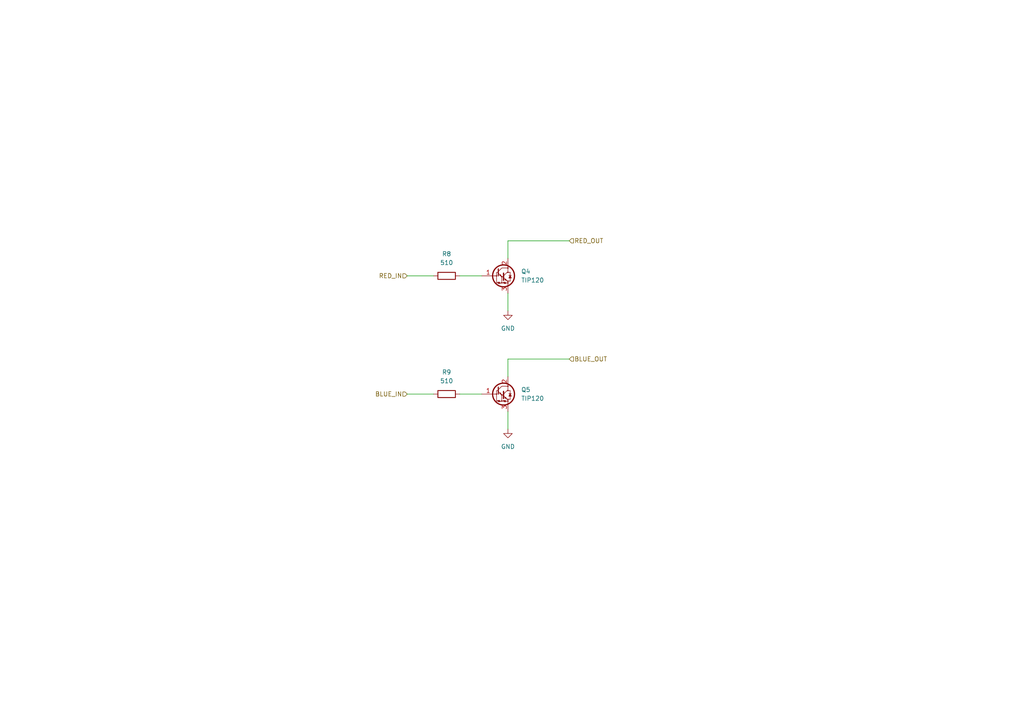
<source format=kicad_sch>
(kicad_sch (version 20211123) (generator eeschema)

  (uuid e154bff0-27a3-43b8-8466-dc1e6a7578f4)

  (paper "A4")

  (title_block
    (title "Green House Controller")
    (date "15 nov 2012")
    (rev "v03")
    (company "Sri Lanka Technological Campus")
    (comment 1 "AA2129, AA2122, AA1391, AA1378, AA1424")
    (comment 2 "Raspberry Pi Shield")
    (comment 3 "Engineering Design Project")
    (comment 4 "EEE209")
  )

  (lib_symbols
    (symbol "Device:R" (pin_numbers hide) (pin_names (offset 0)) (in_bom yes) (on_board yes)
      (property "Reference" "R" (id 0) (at 2.032 0 90)
        (effects (font (size 1.27 1.27)))
      )
      (property "Value" "R" (id 1) (at 0 0 90)
        (effects (font (size 1.27 1.27)))
      )
      (property "Footprint" "" (id 2) (at -1.778 0 90)
        (effects (font (size 1.27 1.27)) hide)
      )
      (property "Datasheet" "~" (id 3) (at 0 0 0)
        (effects (font (size 1.27 1.27)) hide)
      )
      (property "ki_keywords" "R res resistor" (id 4) (at 0 0 0)
        (effects (font (size 1.27 1.27)) hide)
      )
      (property "ki_description" "Resistor" (id 5) (at 0 0 0)
        (effects (font (size 1.27 1.27)) hide)
      )
      (property "ki_fp_filters" "R_*" (id 6) (at 0 0 0)
        (effects (font (size 1.27 1.27)) hide)
      )
      (symbol "R_0_1"
        (rectangle (start -1.016 -2.54) (end 1.016 2.54)
          (stroke (width 0.254) (type default) (color 0 0 0 0))
          (fill (type none))
        )
      )
      (symbol "R_1_1"
        (pin passive line (at 0 3.81 270) (length 1.27)
          (name "~" (effects (font (size 1.27 1.27))))
          (number "1" (effects (font (size 1.27 1.27))))
        )
        (pin passive line (at 0 -3.81 90) (length 1.27)
          (name "~" (effects (font (size 1.27 1.27))))
          (number "2" (effects (font (size 1.27 1.27))))
        )
      )
    )
    (symbol "Transistor_BJT:TIP120" (pin_names (offset 0) hide) (in_bom yes) (on_board yes)
      (property "Reference" "Q" (id 0) (at 5.08 1.905 0)
        (effects (font (size 1.27 1.27)) (justify left))
      )
      (property "Value" "TIP120" (id 1) (at 5.08 0 0)
        (effects (font (size 1.27 1.27)) (justify left))
      )
      (property "Footprint" "Package_TO_SOT_THT:TO-220-3_Vertical" (id 2) (at 5.08 -1.905 0)
        (effects (font (size 1.27 1.27) italic) (justify left) hide)
      )
      (property "Datasheet" "https://www.onsemi.com/pub/Collateral/TIP120-D.PDF" (id 3) (at 0 0 0)
        (effects (font (size 1.27 1.27)) (justify left) hide)
      )
      (property "ki_keywords" "Darlington Power NPN Transistor" (id 4) (at 0 0 0)
        (effects (font (size 1.27 1.27)) hide)
      )
      (property "ki_description" "5A Ic, 60V Vce, Silicon Darlington Power NPN Transistor, TO-220" (id 5) (at 0 0 0)
        (effects (font (size 1.27 1.27)) hide)
      )
      (property "ki_fp_filters" "TO?220*" (id 6) (at 0 0 0)
        (effects (font (size 1.27 1.27)) hide)
      )
      (symbol "TIP120_0_1"
        (circle (center -0.762 0) (radius 0.127)
          (stroke (width 0) (type default) (color 0 0 0 0))
          (fill (type none))
        )
        (polyline
          (pts
            (xy -1.27 0)
            (xy -0.889 0)
          )
          (stroke (width 0) (type default) (color 0 0 0 0))
          (fill (type none))
        )
        (polyline
          (pts
            (xy 2.54 -2.032)
            (xy 2.54 -2.54)
          )
          (stroke (width 0) (type default) (color 0 0 0 0))
          (fill (type none))
        )
        (polyline
          (pts
            (xy 2.54 -1.524)
            (xy 3.175 -1.524)
          )
          (stroke (width 0) (type default) (color 0 0 0 0))
          (fill (type none))
        )
        (polyline
          (pts
            (xy 2.794 0.127)
            (xy 3.556 0.127)
          )
          (stroke (width 0) (type default) (color 0 0 0 0))
          (fill (type none))
        )
        (polyline
          (pts
            (xy 3.175 -0.635)
            (xy 3.175 -1.524)
          )
          (stroke (width 0) (type default) (color 0 0 0 0))
          (fill (type none))
        )
        (polyline
          (pts
            (xy 3.175 1.016)
            (xy 2.54 1.016)
          )
          (stroke (width 0) (type default) (color 0 0 0 0))
          (fill (type none))
        )
        (polyline
          (pts
            (xy 3.175 1.016)
            (xy 3.175 0.127)
          )
          (stroke (width 0) (type default) (color 0 0 0 0))
          (fill (type none))
        )
        (polyline
          (pts
            (xy -0.254 0.762)
            (xy 0.762 -0.254)
            (xy 1.27 -0.254)
          )
          (stroke (width 0) (type default) (color 0 0 0 0))
          (fill (type none))
        )
        (polyline
          (pts
            (xy -0.254 1.016)
            (xy -0.762 1.016)
            (xy -0.762 -2.032)
          )
          (stroke (width 0) (type default) (color 0 0 0 0))
          (fill (type none))
        )
        (polyline
          (pts
            (xy -0.254 1.27)
            (xy 0.762 2.286)
            (xy 2.54 2.286)
          )
          (stroke (width 0) (type default) (color 0 0 0 0))
          (fill (type none))
        )
        (polyline
          (pts
            (xy -0.254 2.032)
            (xy -0.254 0)
            (xy -0.254 0)
          )
          (stroke (width 0.3048) (type default) (color 0 0 0 0))
          (fill (type none))
        )
        (polyline
          (pts
            (xy 1.27 0.762)
            (xy 1.27 -1.27)
            (xy 1.27 -1.27)
          )
          (stroke (width 0.381) (type default) (color 0 0 0 0))
          (fill (type none))
        )
        (polyline
          (pts
            (xy 0.635 -0.127)
            (xy 0.381 0.381)
            (xy 0.127 0.127)
            (xy 0.635 -0.127)
          )
          (stroke (width 0) (type default) (color 0 0 0 0))
          (fill (type none))
        )
        (polyline
          (pts
            (xy 1.27 -0.508)
            (xy 2.286 -1.524)
            (xy 2.54 -1.524)
            (xy 2.54 -2.032)
          )
          (stroke (width 0) (type default) (color 0 0 0 0))
          (fill (type none))
        )
        (polyline
          (pts
            (xy 1.27 0)
            (xy 2.286 1.016)
            (xy 2.54 1.016)
            (xy 2.54 2.286)
          )
          (stroke (width 0) (type default) (color 0 0 0 0))
          (fill (type none))
        )
        (polyline
          (pts
            (xy 2.159 -1.397)
            (xy 1.905 -0.889)
            (xy 1.651 -1.143)
            (xy 2.159 -1.397)
          )
          (stroke (width 0) (type default) (color 0 0 0 0))
          (fill (type none))
        )
        (polyline
          (pts
            (xy 3.175 0.127)
            (xy 2.794 -0.635)
            (xy 3.556 -0.635)
            (xy 3.175 0.127)
          )
          (stroke (width 0) (type default) (color 0 0 0 0))
          (fill (type outline))
        )
        (polyline
          (pts
            (xy 0.762 -2.032)
            (xy 0.381 -2.032)
            (xy 0.254 -2.286)
            (xy 0.127 -1.778)
            (xy 0 -2.286)
            (xy -0.127 -1.778)
            (xy -0.254 -2.286)
            (xy -0.381 -1.778)
            (xy -0.508 -2.032)
            (xy -0.762 -2.032)
          )
          (stroke (width 0) (type default) (color 0 0 0 0))
          (fill (type none))
        )
        (polyline
          (pts
            (xy 0.762 -0.254)
            (xy 0.762 -2.032)
            (xy 1.143 -2.032)
            (xy 1.27 -1.778)
            (xy 1.397 -2.286)
            (xy 1.524 -1.778)
            (xy 1.651 -2.286)
            (xy 1.778 -1.778)
            (xy 1.905 -2.286)
            (xy 2.032 -2.032)
            (xy 2.54 -2.032)
          )
          (stroke (width 0) (type default) (color 0 0 0 0))
          (fill (type none))
        )
        (circle (center 0.762 -2.032) (radius 0.127)
          (stroke (width 0) (type default) (color 0 0 0 0))
          (fill (type none))
        )
        (circle (center 0.762 -0.254) (radius 0.127)
          (stroke (width 0) (type default) (color 0 0 0 0))
          (fill (type none))
        )
        (circle (center 1.27 0) (radius 3.175)
          (stroke (width 0.3556) (type default) (color 0 0 0 0))
          (fill (type none))
        )
        (circle (center 2.54 -2.032) (radius 0.127)
          (stroke (width 0) (type default) (color 0 0 0 0))
          (fill (type none))
        )
        (circle (center 2.54 -1.524) (radius 0.127)
          (stroke (width 0) (type default) (color 0 0 0 0))
          (fill (type none))
        )
        (circle (center 2.54 1.016) (radius 0.127)
          (stroke (width 0) (type default) (color 0 0 0 0))
          (fill (type none))
        )
        (circle (center 2.54 2.286) (radius 0.127)
          (stroke (width 0) (type default) (color 0 0 0 0))
          (fill (type none))
        )
      )
      (symbol "TIP120_1_1"
        (pin input line (at -5.08 0 0) (length 3.81)
          (name "B" (effects (font (size 1.27 1.27))))
          (number "1" (effects (font (size 1.27 1.27))))
        )
        (pin passive line (at 2.54 5.08 270) (length 2.667)
          (name "C" (effects (font (size 1.27 1.27))))
          (number "2" (effects (font (size 1.27 1.27))))
        )
        (pin passive line (at 2.54 -5.08 90) (length 2.54)
          (name "E" (effects (font (size 1.27 1.27))))
          (number "3" (effects (font (size 1.27 1.27))))
        )
      )
    )
    (symbol "power:GND" (power) (pin_names (offset 0)) (in_bom yes) (on_board yes)
      (property "Reference" "#PWR" (id 0) (at 0 -6.35 0)
        (effects (font (size 1.27 1.27)) hide)
      )
      (property "Value" "GND" (id 1) (at 0 -3.81 0)
        (effects (font (size 1.27 1.27)))
      )
      (property "Footprint" "" (id 2) (at 0 0 0)
        (effects (font (size 1.27 1.27)) hide)
      )
      (property "Datasheet" "" (id 3) (at 0 0 0)
        (effects (font (size 1.27 1.27)) hide)
      )
      (property "ki_keywords" "power-flag" (id 4) (at 0 0 0)
        (effects (font (size 1.27 1.27)) hide)
      )
      (property "ki_description" "Power symbol creates a global label with name \"GND\" , ground" (id 5) (at 0 0 0)
        (effects (font (size 1.27 1.27)) hide)
      )
      (symbol "GND_0_1"
        (polyline
          (pts
            (xy 0 0)
            (xy 0 -1.27)
            (xy 1.27 -1.27)
            (xy 0 -2.54)
            (xy -1.27 -1.27)
            (xy 0 -1.27)
          )
          (stroke (width 0) (type default) (color 0 0 0 0))
          (fill (type none))
        )
      )
      (symbol "GND_1_1"
        (pin power_in line (at 0 0 270) (length 0) hide
          (name "GND" (effects (font (size 1.27 1.27))))
          (number "1" (effects (font (size 1.27 1.27))))
        )
      )
    )
  )


  (wire (pts (xy 147.32 85.09) (xy 147.32 90.17))
    (stroke (width 0) (type default) (color 0 0 0 0))
    (uuid 0ad687ad-56ae-4c2f-8192-cafe7a50ddf2)
  )
  (wire (pts (xy 147.32 69.85) (xy 147.32 74.93))
    (stroke (width 0) (type default) (color 0 0 0 0))
    (uuid 216946cb-4447-447f-8463-908687a2378c)
  )
  (wire (pts (xy 133.35 80.01) (xy 139.7 80.01))
    (stroke (width 0) (type default) (color 0 0 0 0))
    (uuid 2417ce7d-3631-495d-bdd2-451ce2a93f77)
  )
  (wire (pts (xy 147.32 104.14) (xy 147.32 109.22))
    (stroke (width 0) (type default) (color 0 0 0 0))
    (uuid 563e2a82-706d-465b-98d1-0b1cc367dfd6)
  )
  (wire (pts (xy 147.32 119.38) (xy 147.32 124.46))
    (stroke (width 0) (type default) (color 0 0 0 0))
    (uuid 5a24c3d5-a98e-4a2c-b8f3-8b8e55165411)
  )
  (wire (pts (xy 147.32 104.14) (xy 165.1 104.14))
    (stroke (width 0) (type default) (color 0 0 0 0))
    (uuid 77ee32f5-614d-4fd3-93f8-018e45195194)
  )
  (wire (pts (xy 118.11 114.3) (xy 125.73 114.3))
    (stroke (width 0) (type default) (color 0 0 0 0))
    (uuid 7f5720c9-a9ff-4134-b731-9bbe07f3a044)
  )
  (wire (pts (xy 118.11 80.01) (xy 125.73 80.01))
    (stroke (width 0) (type default) (color 0 0 0 0))
    (uuid a3cd842b-478e-48a6-a3f0-28bb31bec3a1)
  )
  (wire (pts (xy 147.32 69.85) (xy 165.1 69.85))
    (stroke (width 0) (type default) (color 0 0 0 0))
    (uuid c1399b3c-8fee-4f58-9174-bc076c3c0ef1)
  )
  (wire (pts (xy 133.35 114.3) (xy 139.7 114.3))
    (stroke (width 0) (type default) (color 0 0 0 0))
    (uuid f417e8f6-41b9-4a11-9fca-b4cbaed11ba2)
  )

  (hierarchical_label "RED_IN" (shape input) (at 118.11 80.01 180)
    (effects (font (size 1.27 1.27)) (justify right))
    (uuid 2e1023b4-e8f1-4a23-af54-5e7547aa39be)
  )
  (hierarchical_label "BLUE_OUT" (shape input) (at 165.1 104.14 0)
    (effects (font (size 1.27 1.27)) (justify left))
    (uuid 51686423-6dd9-4f4b-a36d-0b9d6223b153)
  )
  (hierarchical_label "BLUE_IN" (shape input) (at 118.11 114.3 180)
    (effects (font (size 1.27 1.27)) (justify right))
    (uuid 91763342-370c-4759-bab1-a72f03add90d)
  )
  (hierarchical_label "RED_OUT" (shape input) (at 165.1 69.85 0)
    (effects (font (size 1.27 1.27)) (justify left))
    (uuid e5e0dbdc-76b2-46cb-b397-ff2bea105371)
  )

  (symbol (lib_id "Device:R") (at 129.54 80.01 90) (unit 1)
    (in_bom yes) (on_board yes) (fields_autoplaced)
    (uuid 248bf9d8-744b-4117-bbeb-af67ed594739)
    (property "Reference" "R8" (id 0) (at 129.54 73.66 90))
    (property "Value" "510" (id 1) (at 129.54 76.2 90))
    (property "Footprint" "Resistor_THT:R_Axial_DIN0207_L6.3mm_D2.5mm_P7.62mm_Horizontal" (id 2) (at 129.54 81.788 90)
      (effects (font (size 1.27 1.27)) hide)
    )
    (property "Datasheet" "~" (id 3) (at 129.54 80.01 0)
      (effects (font (size 1.27 1.27)) hide)
    )
    (pin "1" (uuid 87eb4bc4-bb26-40d5-b6fa-c3bb347dbe29))
    (pin "2" (uuid bb5151bc-5d6f-4aea-9a7d-332d6283f434))
  )

  (symbol (lib_id "Transistor_BJT:TIP120") (at 144.78 114.3 0) (unit 1)
    (in_bom yes) (on_board yes) (fields_autoplaced)
    (uuid 46c6450e-7118-431b-aa9e-92a6a3325c19)
    (property "Reference" "Q5" (id 0) (at 151.13 113.0299 0)
      (effects (font (size 1.27 1.27)) (justify left))
    )
    (property "Value" "TIP120" (id 1) (at 151.13 115.5699 0)
      (effects (font (size 1.27 1.27)) (justify left))
    )
    (property "Footprint" "Package_TO_SOT_THT:TO-220-3_Vertical" (id 2) (at 149.86 116.205 0)
      (effects (font (size 1.27 1.27) italic) (justify left) hide)
    )
    (property "Datasheet" "https://www.onsemi.com/pub/Collateral/TIP120-D.PDF" (id 3) (at 144.78 114.3 0)
      (effects (font (size 1.27 1.27)) (justify left) hide)
    )
    (pin "1" (uuid 7b24de36-e0e3-4403-ba5d-46578b66e39e))
    (pin "2" (uuid 396b1d1b-84d9-4548-962f-22edfbeb9407))
    (pin "3" (uuid cb77dded-964d-4052-bd24-804f8d80427b))
  )

  (symbol (lib_id "power:GND") (at 147.32 90.17 0) (unit 1)
    (in_bom yes) (on_board yes) (fields_autoplaced)
    (uuid 852ee0ac-b227-4df3-8213-a6155c9becdc)
    (property "Reference" "#PWR036" (id 0) (at 147.32 96.52 0)
      (effects (font (size 1.27 1.27)) hide)
    )
    (property "Value" "GND" (id 1) (at 147.32 95.25 0))
    (property "Footprint" "" (id 2) (at 147.32 90.17 0)
      (effects (font (size 1.27 1.27)) hide)
    )
    (property "Datasheet" "" (id 3) (at 147.32 90.17 0)
      (effects (font (size 1.27 1.27)) hide)
    )
    (pin "1" (uuid 957c3c6b-7d30-414d-8d06-ae7da1e49865))
  )

  (symbol (lib_id "power:GND") (at 147.32 124.46 0) (unit 1)
    (in_bom yes) (on_board yes) (fields_autoplaced)
    (uuid 8edd5739-0336-4190-afe7-505f5aa00688)
    (property "Reference" "#PWR037" (id 0) (at 147.32 130.81 0)
      (effects (font (size 1.27 1.27)) hide)
    )
    (property "Value" "GND" (id 1) (at 147.32 129.54 0))
    (property "Footprint" "" (id 2) (at 147.32 124.46 0)
      (effects (font (size 1.27 1.27)) hide)
    )
    (property "Datasheet" "" (id 3) (at 147.32 124.46 0)
      (effects (font (size 1.27 1.27)) hide)
    )
    (pin "1" (uuid 3897a32f-a35e-4c89-986d-9425af141fb7))
  )

  (symbol (lib_id "Transistor_BJT:TIP120") (at 144.78 80.01 0) (unit 1)
    (in_bom yes) (on_board yes)
    (uuid c9c9f0f3-93cf-4e04-993e-37a5b8a491a9)
    (property "Reference" "Q4" (id 0) (at 151.13 78.7399 0)
      (effects (font (size 1.27 1.27)) (justify left))
    )
    (property "Value" "TIP120" (id 1) (at 151.13 81.2799 0)
      (effects (font (size 1.27 1.27)) (justify left))
    )
    (property "Footprint" "Package_TO_SOT_THT:TO-220-3_Vertical" (id 2) (at 149.86 81.915 0)
      (effects (font (size 1.27 1.27) italic) (justify left) hide)
    )
    (property "Datasheet" "https://www.onsemi.com/pub/Collateral/TIP120-D.PDF" (id 3) (at 144.78 80.01 0)
      (effects (font (size 1.27 1.27)) (justify left) hide)
    )
    (pin "1" (uuid ca7544c1-8fc6-4691-8e1f-e8b9fc3d91f9))
    (pin "2" (uuid 909539b0-d574-4da4-8d79-48e0f3a24595))
    (pin "3" (uuid 16e4c8be-e76d-4fc6-a25d-3b6453328714))
  )

  (symbol (lib_id "Device:R") (at 129.54 114.3 90) (unit 1)
    (in_bom yes) (on_board yes) (fields_autoplaced)
    (uuid f7c3c884-eeeb-4da2-b766-1200bbf55ebc)
    (property "Reference" "R9" (id 0) (at 129.54 107.95 90))
    (property "Value" "510" (id 1) (at 129.54 110.49 90))
    (property "Footprint" "Resistor_THT:R_Axial_DIN0207_L6.3mm_D2.5mm_P7.62mm_Horizontal" (id 2) (at 129.54 116.078 90)
      (effects (font (size 1.27 1.27)) hide)
    )
    (property "Datasheet" "~" (id 3) (at 129.54 114.3 0)
      (effects (font (size 1.27 1.27)) hide)
    )
    (pin "1" (uuid 7f32e137-9217-49b3-8608-89442eccdf7a))
    (pin "2" (uuid 838948f9-de36-4967-9ea8-3d9a097b90f1))
  )
)

</source>
